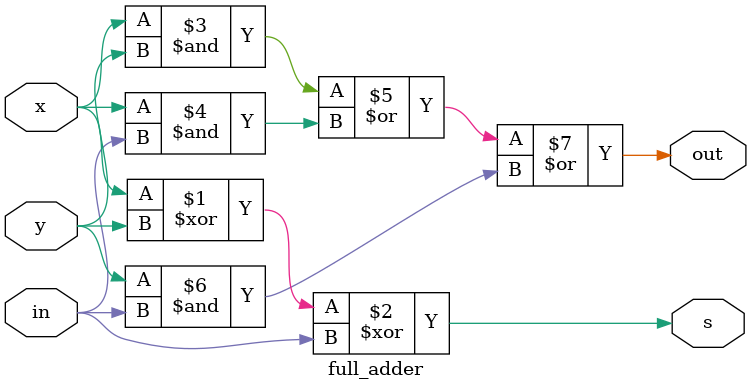
<source format=v>

module part2(Clock, Reset_b, Data, Function, ALUout);
	
	input Clock, Reset_b;
	input [2:0] Function;
	input [3:0] Data;

	output [7:0] ALUout;
	
	reg [7:0] out;
	

 // 	Arithmetic_Logic_Unit A1(Data, ALUout[3:0], out, Func, ALUout);
 
 	Register_8bit R1(Clock, out, ALUout, Reset_b);
 
	wire [3:0] sum;
	wire [3:0]carryOut;

	
	a_4bit A1(Data, ALUout[3:0], 0, sum, carryOut);
	
	always @(*)
	begin
		case (Function)
			3'b000: out = {3'b000, carryOut[3],sum};
			3'b001: out <= Data + ALUout[3:0];
			3'b010: out = {{4{ALUout[3]}},ALUout[3:0]};
			3'b011: out = {{7{1'b0}}, |{Data,ALUout[3:0]}};
			3'b100: out = {{7{1'b0}}, &{Data,ALUout[3:0]}};
			3'b101: out = ALUout[3:0]<<Data;
			3'b110: out <= Data * ALUout[3:0];
			3'b111: out = ALUout;
			default: out = 8'b0;
		endcase
	end

	
endmodule

/*module Arithmetic_Logic_Unit(Data, B, out, Func, CurrentValue);
	
  	input [3:0] Data;
  	input [3:0] B;
  	input [2:0]Func;
  	input [7:0] CurrentValue;
	
	output reg [7:0]out;
	
	
	wire [3:0] sum;
	wire [3:0]carryOut;

	a_4bit A1(Data, B, 0, sum, carryOut);
	
	always @(*)
	begin
		case (Func)
			3'b000: out = {3'b000, carryOut[3],sum};
			3'b001: out <= Data + B;
			3'b010: out = {{4{B[3]}},B};
			3'b011: out = {{7{1'b0}}, |{Data,B}};
			3'b100: out = {{7{1'b0}}, &{Data,B}};
			3'b101: out = B<<Data;
			3'b110: out <= Data * B;
			3'b111: out = CurrentValue;
			default: out = 8'b0;
		endcase
	end
endmodule */

module Register_8bit(Clock, D, Q, Rb);

	input Clock, Rb;
	input [7:0] D;
	
  output reg [7:0] Q;
	
	
	always @(posedge Clock)
	begin
		if (Rb == 1'b0)
			Q <= 0;
		else
			Q <= D;
	end
endmodule

module a_4bit(a, b, c_in, s, c_out);
	input [3:0]a;
	input [3:0]b;
	input c_in;
	
	output [3:0]s;
	output [3:0]c_out;
	
	wire c1,c2,c3;
	
	full_adder A1(a[0],b[0],c_in,s[0],c_out[0]);
	full_adder A2(a[1],b[1],c_out[0],s[1],c_out[1]);
	full_adder A3(a[2],b[2],c_out[1],s[2],c_out[2]);
	full_adder A4(a[3],b[3],c_out[2],s[3],c_out[3]);
	
endmodule

module full_adder(x,y,in,s,out);
	input x,y,in;
	output s,out;
		
	assign s = x^y^in;
	assign out = (x&y)|(x&in)|(y&in); 
endmodule 


</source>
